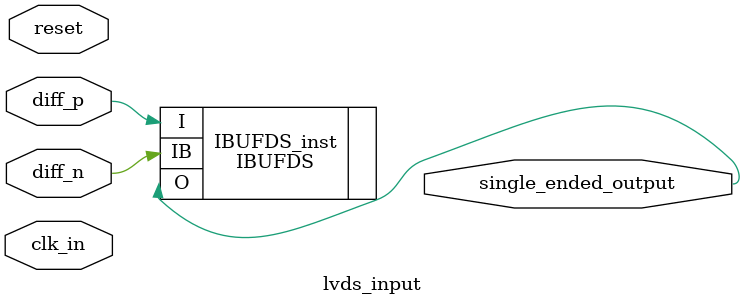
<source format=v>
`timescale 1ns / 1ps


module lvds_input(
    input wire clk_in,        // Input clock signal
    input wire reset,         // Reset signal
    input wire diff_p,    // Positive LVDS clock output
    input wire diff_n,     // Negative LVDS clock output
    output wire single_ended_output
    );
    
IBUFDS #(
   .DIFF_TERM("TRUE"),       // Differential Termination
   .IBUF_LOW_PWR("TRUE"),     // Low power="TRUE", Highest performance="FALSE"
   .IOSTANDARD("LVDS_25")     // Specify the output I/O standard  LVDS_25
) IBUFDS_inst (
   .O(single_ended_output),  // Buffer output
   .I(diff_p),  // Diff_p buffer input (connect directly to top-level port)
   .IB(diff_n) // Diff_n buffer input (connect directly to top-level port)
);
    
    
endmodule

</source>
